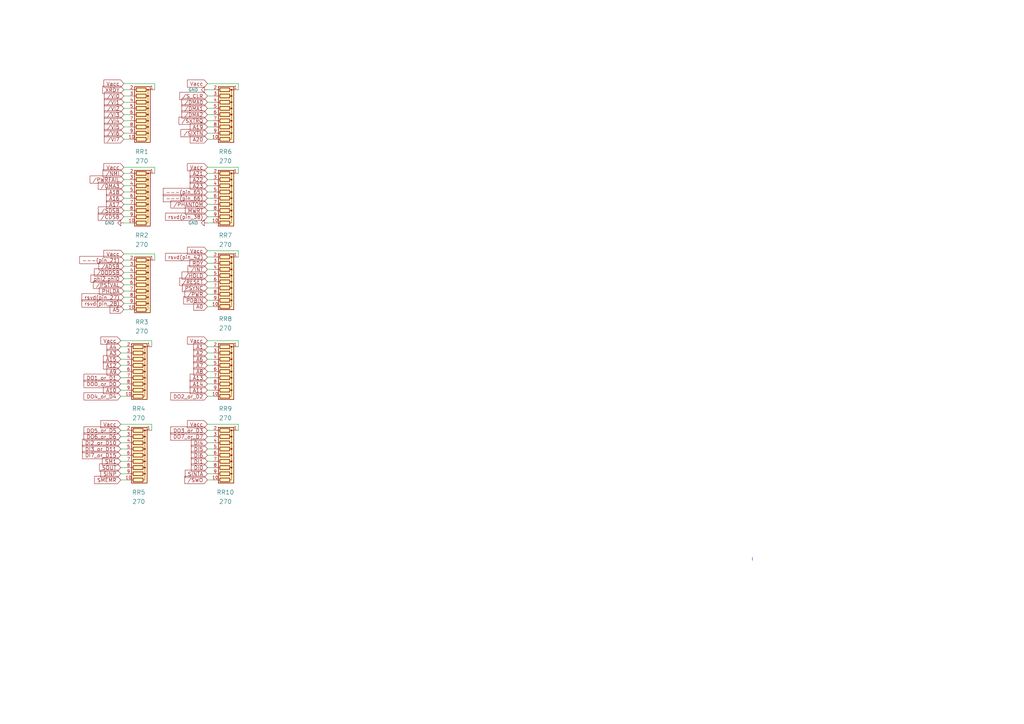
<source format=kicad_sch>
(kicad_sch (version 20211123) (generator eeschema)
  (paper "A3")
  (title_block (title "noname.sch") (date "11 dec 2011"))
  (lib_symbols
    (symbol "Device:R_Network09" (pin_names (offset 0) hide)
      (property "Reference" "RN" (at -12.7 0 90))
      (property "Value" "R_Network09" (at 12.7 0 90))
      (symbol "R_Network09_0_1"
        (rectangle (start -11.43 -3.175) (end 11.43 3.175) (stroke (width 0.254)) (fill (type background)))
        (rectangle (start -10.922 1.524) (end -9.398 -2.54) (stroke (width 0.254)))
        (circle (center -10.16 2.286) (radius 0.254) (fill (type outline)))
        (rectangle (start -8.382 1.524) (end -6.858 -2.54) (stroke (width 0.254)))
        (circle (center -7.62 2.286) (radius 0.254) (fill (type outline)))
        (rectangle (start -5.842 1.524) (end -4.318 -2.54) (stroke (width 0.254)))
        (circle (center -5.08 2.286) (radius 0.254) (fill (type outline)))
        (rectangle (start -3.302 1.524) (end -1.778 -2.54) (stroke (width 0.254)))
        (circle (center -2.54 2.286) (radius 0.254) (fill (type outline)))
        (rectangle (start -0.762 1.524) (end 0.762 -2.54) (stroke (width 0.254)))
        (polyline (pts (xy -10.16 -2.54) (xy -10.16 -3.81)))
        (polyline (pts (xy -7.62 -2.54) (xy -7.62 -3.81)))
        (polyline (pts (xy -5.08 -2.54) (xy -5.08 -3.81)))
        (polyline (pts (xy -2.54 -2.54) (xy -2.54 -3.81)))
        (polyline (pts (xy 0 -2.54) (xy 0 -3.81)))
        (polyline (pts (xy 2.54 -2.54) (xy 2.54 -3.81)))
        (polyline (pts (xy 5.08 -2.54) (xy 5.08 -3.81)))
        (polyline (pts (xy 7.62 -2.54) (xy 7.62 -3.81)))
        (polyline (pts (xy 10.16 -2.54) (xy 10.16 -3.81)))
        (polyline (pts (xy -10.16 1.524) (xy -10.16 2.286) (xy -7.62 2.286) (xy -7.62 1.524)))
        (polyline (pts (xy -7.62 1.524) (xy -7.62 2.286) (xy -5.08 2.286) (xy -5.08 1.524)))
        (polyline (pts (xy -5.08 1.524) (xy -5.08 2.286) (xy -2.54 2.286) (xy -2.54 1.524)))
        (polyline (pts (xy -2.54 1.524) (xy -2.54 2.286) (xy 0 2.286) (xy 0 1.524)))
        (polyline (pts (xy 0 1.524) (xy 0 2.286) (xy 2.54 2.286) (xy 2.54 1.524)))
        (polyline (pts (xy 2.54 1.524) (xy 2.54 2.286) (xy 5.08 2.286) (xy 5.08 1.524)))
        (polyline (pts (xy 5.08 1.524) (xy 5.08 2.286) (xy 7.62 2.286) (xy 7.62 1.524)))
        (polyline (pts (xy 7.62 1.524) (xy 7.62 2.286) (xy 10.16 2.286) (xy 10.16 1.524)))
        (circle (center 0 2.286) (radius 0.254) (fill (type outline)))
        (rectangle (start 1.778 1.524) (end 3.302 -2.54) (stroke (width 0.254)))
        (circle (center 2.54 2.286) (radius 0.254) (fill (type outline)))
        (rectangle (start 4.318 1.524) (end 5.842 -2.54) (stroke (width 0.254)))
        (circle (center 5.08 2.286) (radius 0.254) (fill (type outline)))
        (rectangle (start 6.858 1.524) (end 8.382 -2.54) (stroke (width 0.254)))
        (circle (center 7.62 2.286) (radius 0.254) (fill (type outline)))
        (rectangle (start 9.398 1.524) (end 10.922 -2.54) (stroke (width 0.254)))
      )
      (symbol "R_Network09_1_1"
        (pin passive line (at -10.16 5.08 270) (length 2.54) (name "common") (number "1"))
        (pin passive line (at 10.16 -5.08 90) (length 1.27) (name "R9") (number "10"))
        (pin passive line (at -10.16 -5.08 90) (length 1.27) (name "R1") (number "2"))
        (pin passive line (at -7.62 -5.08 90) (length 1.27) (name "R2") (number "3"))
        (pin passive line (at -5.08 -5.08 90) (length 1.27) (name "R3") (number "4"))
        (pin passive line (at -2.54 -5.08 90) (length 1.27) (name "R4") (number "5"))
        (pin passive line (at 0 -5.08 90) (length 1.27) (name "R5") (number "6"))
        (pin passive line (at 2.54 -5.08 90) (length 1.27) (name "R6") (number "7"))
        (pin passive line (at 5.08 -5.08 90) (length 1.27) (name "R7") (number "8"))
        (pin passive line (at 7.62 -5.08 90) (length 1.27) (name "R8") (number "9"))
      )
    )
    (symbol "power:GND" (power) (pin_names (offset 0))
      (property "Value" "GND" (at 0 -3.81 0))
      (symbol "GND_0_1"
        (polyline (pts (xy 0 0) (xy 0 -1.27) (xy 1.27 -1.27) (xy 0 -2.54) (xy -1.27 -1.27) (xy 0 -1.27)))
      )
      (symbol "GND_1_1"
        (pin power_in line (at 0 0 270) (length 0) hide (name "GND") (number "1"))
      )
    )
  )
  (wire (pts (xy 50.8 83.82) (xy 53.34 83.82)))
  (wire (pts (xy 50.8 73.66) (xy 53.34 73.66)))
  (wire (pts (xy 85.09 39.37) (xy 87.63 39.37)))
  (wire (pts (xy 49.53 184.15) (xy 52.07 184.15)))
  (wire (pts (xy 85.09 186.69) (xy 87.63 186.69)))
  (wire (pts (xy 49.53 157.48) (xy 52.07 157.48)))
  (wire (pts (xy 85.09 147.32) (xy 87.63 147.32)))
  (polyline (pts (xy 308.61 229.87) (xy 308.61 228.6)))
  (wire (pts (xy 49.53 179.07) (xy 52.07 179.07)))
  (wire (pts (xy 49.53 147.32) (xy 52.07 147.32)))
  (wire (pts (xy 85.09 44.45) (xy 87.63 44.45)))
  (wire (pts (xy 49.53 154.94) (xy 52.07 154.94)))
  (wire (pts (xy 85.09 160.02) (xy 87.63 160.02)))
  (wire (pts (xy 49.53 142.24) (xy 52.07 142.24)))
  (wire (pts (xy 49.53 194.31) (xy 52.07 194.31)))
  (wire (pts (xy 85.09 189.23) (xy 87.63 189.23)))
  (wire (pts (xy 63.5 36.83) (xy 63.5 34.29)))
  (wire (pts (xy 50.8 44.45) (xy 53.34 44.45)))
  (wire (pts (xy 50.8 127) (xy 53.34 127)))
  (wire (pts (xy 85.09 86.36) (xy 87.63 86.36)))
  (wire (pts (xy 49.53 189.23) (xy 52.07 189.23)))
  (wire (pts (xy 85.09 83.82) (xy 87.63 83.82)))
  (wire (pts (xy 50.8 81.28) (xy 53.34 81.28)))
  (wire (pts (xy 50.8 119.38) (xy 53.34 119.38)))
  (wire (pts (xy 85.09 73.66) (xy 87.63 73.66)))
  (wire (pts (xy 85.09 71.12) (xy 87.63 71.12)))
  (wire (pts (xy 85.09 36.83) (xy 87.63 36.83)))
  (wire (pts (xy 50.8 116.84) (xy 53.34 116.84)))
  (wire (pts (xy 50.8 78.74) (xy 53.34 78.74)))
  (wire (pts (xy 50.8 36.83) (xy 53.34 36.83)))
  (wire (pts (xy 49.53 139.7) (xy 62.23 139.7)))
  (wire (pts (xy 85.09 102.87) (xy 97.79 102.87)))
  (wire (pts (xy 85.09 54.61) (xy 87.63 54.61)))
  (wire (pts (xy 85.09 157.48) (xy 87.63 157.48)))
  (wire (pts (xy 50.8 104.14) (xy 63.5 104.14)))
  (wire (pts (xy 50.8 76.2) (xy 53.34 76.2)))
  (wire (pts (xy 85.09 78.74) (xy 87.63 78.74)))
  (wire (pts (xy 85.09 105.41) (xy 87.63 105.41)))
  (wire (pts (xy 50.8 114.3) (xy 53.34 114.3)))
  (wire (pts (xy 85.09 154.94) (xy 87.63 154.94)))
  (wire (pts (xy 85.09 179.07) (xy 87.63 179.07)))
  (wire (pts (xy 85.09 76.2) (xy 87.63 76.2)))
  (wire (pts (xy 50.8 39.37) (xy 53.34 39.37)))
  (wire (pts (xy 49.53 173.99) (xy 62.23 173.99)))
  (wire (pts (xy 49.53 181.61) (xy 52.07 181.61)))
  (wire (pts (xy 85.09 125.73) (xy 87.63 125.73)))
  (wire (pts (xy 50.8 86.36) (xy 53.34 86.36)))
  (wire (pts (xy 97.79 142.24) (xy 97.79 139.7)))
  (wire (pts (xy 97.79 105.41) (xy 97.79 102.87)))
  (wire (pts (xy 85.09 176.53) (xy 87.63 176.53)))
  (wire (pts (xy 50.8 109.22) (xy 53.34 109.22)))
  (wire (pts (xy 49.53 196.85) (xy 52.07 196.85)))
  (wire (pts (xy 85.09 88.9) (xy 87.63 88.9)))
  (wire (pts (xy 85.09 57.15) (xy 87.63 57.15)))
  (wire (pts (xy 85.09 142.24) (xy 87.63 142.24)))
  (wire (pts (xy 85.09 194.31) (xy 87.63 194.31)))
  (wire (pts (xy 50.8 121.92) (xy 53.34 121.92)))
  (wire (pts (xy 85.09 110.49) (xy 87.63 110.49)))
  (wire (pts (xy 85.09 123.19) (xy 87.63 123.19)))
  (wire (pts (xy 85.09 120.65) (xy 87.63 120.65)))
  (wire (pts (xy 85.09 139.7) (xy 97.79 139.7)))
  (wire (pts (xy 85.09 68.58) (xy 97.79 68.58)))
  (wire (pts (xy 97.79 34.29) (xy 97.79 36.83)))
  (wire (pts (xy 50.8 54.61) (xy 53.34 54.61)))
  (wire (pts (xy 50.8 46.99) (xy 53.34 46.99)))
  (wire (pts (xy 50.8 49.53) (xy 53.34 49.53)))
  (wire (pts (xy 85.09 34.29) (xy 97.79 34.29)))
  (wire (pts (xy 50.8 41.91) (xy 53.34 41.91)))
  (wire (pts (xy 85.09 113.03) (xy 87.63 113.03)))
  (wire (pts (xy 50.8 106.68) (xy 53.34 106.68)))
  (wire (pts (xy 85.09 149.86) (xy 87.63 149.86)))
  (wire (pts (xy 49.53 149.86) (xy 52.07 149.86)))
  (wire (pts (xy 85.09 115.57) (xy 87.63 115.57)))
  (wire (pts (xy 85.09 181.61) (xy 87.63 181.61)))
  (wire (pts (xy 85.09 49.53) (xy 87.63 49.53)))
  (wire (pts (xy 50.8 71.12) (xy 53.34 71.12)))
  (wire (pts (xy 97.79 176.53) (xy 97.79 173.99)))
  (wire (pts (xy 49.53 176.53) (xy 52.07 176.53)))
  (wire (pts (xy 85.09 196.85) (xy 87.63 196.85)))
  (wire (pts (xy 85.09 118.11) (xy 87.63 118.11)))
  (wire (pts (xy 49.53 144.78) (xy 52.07 144.78)))
  (wire (pts (xy 63.5 106.68) (xy 63.5 104.14)))
  (wire (pts (xy 49.53 186.69) (xy 52.07 186.69)))
  (wire (pts (xy 50.8 124.46) (xy 53.34 124.46)))
  (wire (pts (xy 50.8 88.9) (xy 53.34 88.9)))
  (wire (pts (xy 50.8 57.15) (xy 53.34 57.15)))
  (wire (pts (xy 85.09 52.07) (xy 87.63 52.07)))
  (wire (pts (xy 50.8 34.29) (xy 63.5 34.29)))
  (wire (pts (xy 50.8 91.44) (xy 53.34 91.44)))
  (wire (pts (xy 85.09 191.77) (xy 87.63 191.77)))
  (wire (pts (xy 85.09 46.99) (xy 87.63 46.99)))
  (wire (pts (xy 50.8 52.07) (xy 53.34 52.07)))
  (wire (pts (xy 97.79 71.12) (xy 97.79 68.58)))
  (wire (pts (xy 85.09 152.4) (xy 87.63 152.4)))
  (wire (pts (xy 62.23 142.24) (xy 62.23 139.7)))
  (wire (pts (xy 63.5 68.58) (xy 63.5 71.12)))
  (wire (pts (xy 49.53 160.02) (xy 52.07 160.02)))
  (wire (pts (xy 49.53 191.77) (xy 52.07 191.77)))
  (wire (pts (xy 85.09 41.91) (xy 87.63 41.91)))
  (wire (pts (xy 49.53 152.4) (xy 52.07 152.4)))
  (wire (pts (xy 85.09 107.95) (xy 87.63 107.95)))
  (wire (pts (xy 85.09 81.28) (xy 87.63 81.28)))
  (wire (pts (xy 50.8 111.76) (xy 53.34 111.76)))
  (wire (pts (xy 85.09 144.78) (xy 87.63 144.78)))
  (wire (pts (xy 85.09 173.99) (xy 97.79 173.99)))
  (wire (pts (xy 50.8 68.58) (xy 63.5 68.58)))
  (wire (pts (xy 49.53 162.56) (xy 52.07 162.56)))
  (wire (pts (xy 85.09 184.15) (xy 87.63 184.15)))
  (wire (pts (xy 85.09 162.56) (xy 87.63 162.56)))
  (wire (pts (xy 62.23 176.53) (xy 62.23 173.99)))
  (wire (pts (xy 85.09 91.44) (xy 87.63 91.44)))
  (global_label "DO7_or_D7" (shape input) (at 85.09 179.07 180) (effects (font (size 1.524 1.524))) (property "Intersheet References" "${INTERSHEET_REFS}" (at 70.1091 178.9748 0) (effects (font (size 1.524 1.524)) (justify right))))
  (global_label "/DMA3" (shape input) (at 50.8 76.2 180) (effects (font (size 1.524 1.524))) (property "Intersheet References" "${INTERSHEET_REFS}" (at 40.3911 76.1048 0) (effects (font (size 1.524 1.524)) (justify right))))
  (global_label "A3" (shape input) (at 49.53 144.78 180) (effects (font (size 1.524 1.524))) (property "Intersheet References" "${INTERSHEET_REFS}" (at 43.9834 144.6848 0) (effects (font (size 1.524 1.524)) (justify right))))
  (global_label "Vacc" (shape input) (at 50.8 104.14 180) (effects (font (size 1.524 1.524))) (property "Intersheet References" "${INTERSHEET_REFS}" (at 42.7134 104.0448 0) (effects (font (size 1.524 1.524)) (justify right))))
  (global_label "/VI6" (shape input) (at 50.8 54.61 180) (effects (font (size 1.524 1.524))) (property "Intersheet References" "${INTERSHEET_REFS}" (at 42.9311 54.5148 0) (effects (font (size 1.524 1.524)) (justify right))))
  (global_label "RDY" (shape input) (at 85.09 107.95 180) (effects (font (size 1.524 1.524))) (property "Intersheet References" "${INTERSHEET_REFS}" (at 77.9468 107.8548 0) (effects (font (size 1.524 1.524)) (justify right))))
  (global_label "---(pin_66)" (shape input) (at 85.09 81.28 180) (effects (font (size 1.524 1.524))) (property "Intersheet References" "${INTERSHEET_REFS}" (at 67.0611 81.1848 0) (effects (font (size 1.524 1.524)) (justify right))))
  (global_label "---(pin_65)" (shape input) (at 85.09 78.74 180) (effects (font (size 1.524 1.524))) (property "Intersheet References" "${INTERSHEET_REFS}" (at 67.0611 78.6448 0) (effects (font (size 1.524 1.524)) (justify right))))
  (global_label "/CDSB" (shape input) (at 50.8 88.9 180) (effects (font (size 1.524 1.524))) (property "Intersheet References" "${INTERSHEET_REFS}" (at 40.3911 88.8048 0) (effects (font (size 1.524 1.524)) (justify right))))
  (global_label "A0" (shape input) (at 85.09 125.73 180) (effects (font (size 1.524 1.524))) (property "Intersheet References" "${INTERSHEET_REFS}" (at 79.5434 125.6348 0) (effects (font (size 1.524 1.524)) (justify right))))
  (global_label "A6" (shape input) (at 85.09 147.32 180) (effects (font (size 1.524 1.524))) (property "Intersheet References" "${INTERSHEET_REFS}" (at 79.5434 147.2248 0) (effects (font (size 1.524 1.524)) (justify right))))
  (global_label "PHLDA" (shape input) (at 50.8 119.38 180) (effects (font (size 1.524 1.524))) (property "Intersheet References" "${INTERSHEET_REFS}" (at 40.8265 119.2848 0) (effects (font (size 1.524 1.524)) (justify right))))
  (global_label "DI5" (shape input) (at 85.09 184.15 180) (effects (font (size 1.524 1.524))) (property "Intersheet References" "${INTERSHEET_REFS}" (at 78.6 184.0548 0) (effects (font (size 1.524 1.524)) (justify right))))
  (global_label "phi2,phi0" (shape input) (at 50.8 114.3 180) (effects (font (size 1.524 1.524))) (property "Intersheet References" "${INTERSHEET_REFS}" (at 37.4157 114.2048 0) (effects (font (size 1.524 1.524)) (justify right))))
  (global_label "A8" (shape input) (at 85.09 152.4 180) (effects (font (size 1.524 1.524))) (property "Intersheet References" "${INTERSHEET_REFS}" (at 79.5434 152.3048 0) (effects (font (size 1.524 1.524)) (justify right))))
  (global_label "rsvd(pin_38)" (shape input) (at 85.09 88.9 180) (effects (font (size 1.524 1.524))) (property "Intersheet References" "${INTERSHEET_REFS}" (at 68.0045 88.8048 0) (effects (font (size 1.524 1.524)) (justify right))))
  (global_label "Vacc" (shape input) (at 85.09 173.99 180) (effects (font (size 1.524 1.524))) (property "Intersheet References" "${INTERSHEET_REFS}" (at 77.0034 173.8948 0) (effects (font (size 1.524 1.524)) (justify right))))
  (global_label "A19" (shape input) (at 85.09 52.07 180) (effects (font (size 1.524 1.524))) (property "Intersheet References" "${INTERSHEET_REFS}" (at 78.092 51.9748 0) (effects (font (size 1.524 1.524)) (justify right))))
  (global_label "SOUT" (shape input) (at 49.53 191.77 180) (effects (font (size 1.524 1.524))) (property "Intersheet References" "${INTERSHEET_REFS}" (at 40.9354 191.6748 0) (effects (font (size 1.524 1.524)) (justify right))))
  (global_label "DI6" (shape input) (at 85.09 186.69 180) (effects (font (size 1.524 1.524))) (property "Intersheet References" "${INTERSHEET_REFS}" (at 78.6 186.5948 0) (effects (font (size 1.524 1.524)) (justify right))))
  (global_label "/SWO" (shape input) (at 85.09 196.85 180) (effects (font (size 1.524 1.524))) (property "Intersheet References" "${INTERSHEET_REFS}" (at 75.9148 196.7548 0) (effects (font (size 1.524 1.524)) (justify right))))
  (global_label "DI3_or_D11" (shape input) (at 49.53 184.15 180) (effects (font (size 1.524 1.524))) (property "Intersheet References" "${INTERSHEET_REFS}" (at 33.9685 184.0548 0) (effects (font (size 1.524 1.524)) (justify right))))
  (global_label "A9" (shape input) (at 49.53 152.4 180) (effects (font (size 1.524 1.524))) (property "Intersheet References" "${INTERSHEET_REFS}" (at 43.9834 152.3048 0) (effects (font (size 1.524 1.524)) (justify right))))
  (global_label "/NMI" (shape input) (at 50.8 71.12 180) (effects (font (size 1.524 1.524))) (property "Intersheet References" "${INTERSHEET_REFS}" (at 42.3505 71.0248 0) (effects (font (size 1.524 1.524)) (justify right))))
  (global_label "/SXTRQ" (shape input) (at 85.09 49.53 180) (effects (font (size 1.524 1.524))) (property "Intersheet References" "${INTERSHEET_REFS}" (at 73.52 49.4348 0) (effects (font (size 1.524 1.524)) (justify right))))
  (global_label "/PSTVAL" (shape input) (at 50.8 116.84 180) (effects (font (size 1.524 1.524))) (property "Intersheet References" "${INTERSHEET_REFS}" (at 38.4317 116.7448 0) (effects (font (size 1.524 1.524)) (justify right))))
  (global_label "DI2_or_D10" (shape input) (at 49.53 181.61 180) (effects (font (size 1.524 1.524))) (property "Intersheet References" "${INTERSHEET_REFS}" (at 33.9685 181.5148 0) (effects (font (size 1.524 1.524)) (justify right))))
  (global_label "A11" (shape input) (at 85.09 160.02 180) (effects (font (size 1.524 1.524))) (property "Intersheet References" "${INTERSHEET_REFS}" (at 78.092 159.9248 0) (effects (font (size 1.524 1.524)) (justify right))))
  (global_label "/PWR" (shape input) (at 85.09 120.65 180) (effects (font (size 1.524 1.524))) (property "Intersheet References" "${INTERSHEET_REFS}" (at 75.9148 120.5548 0) (effects (font (size 1.524 1.524)) (justify right))))
  (global_label "---(pin_21)" (shape input) (at 50.8 106.68 180) (effects (font (size 1.524 1.524))) (property "Intersheet References" "${INTERSHEET_REFS}" (at 32.7711 106.5848 0) (effects (font (size 1.524 1.524)) (justify right))))
  (global_label "A20" (shape input) (at 85.09 57.15 180) (effects (font (size 1.524 1.524))) (property "Intersheet References" "${INTERSHEET_REFS}" (at 78.092 57.0548 0) (effects (font (size 1.524 1.524)) (justify right))))
  (global_label "MWRT" (shape input) (at 85.09 86.36 180) (effects (font (size 1.524 1.524))) (property "Intersheet References" "${INTERSHEET_REFS}" (at 76.1325 86.2648 0) (effects (font (size 1.524 1.524)) (justify right))))
  (global_label "A17" (shape input) (at 50.8 83.82 180) (effects (font (size 1.524 1.524))) (property "Intersheet References" "${INTERSHEET_REFS}" (at 43.802 83.7248 0) (effects (font (size 1.524 1.524)) (justify right))))
  (global_label "/S_CLR" (shape input) (at 85.09 39.37 180) (effects (font (size 1.524 1.524))) (property "Intersheet References" "${INTERSHEET_REFS}" (at 73.8102 39.2748 0) (effects (font (size 1.524 1.524)) (justify right))))
  (global_label "A7" (shape input) (at 85.09 149.86 180) (effects (font (size 1.524 1.524))) (property "Intersheet References" "${INTERSHEET_REFS}" (at 79.5434 149.7648 0) (effects (font (size 1.524 1.524)) (justify right))))
  (global_label "DO6_or_D6" (shape input) (at 49.53 179.07 180) (effects (font (size 1.524 1.524))) (property "Intersheet References" "${INTERSHEET_REFS}" (at 34.5491 178.9748 0) (effects (font (size 1.524 1.524)) (justify right))))
  (global_label "Vacc" (shape input) (at 50.8 68.58 180) (effects (font (size 1.524 1.524))) (property "Intersheet References" "${INTERSHEET_REFS}" (at 42.7134 68.4848 0) (effects (font (size 1.524 1.524)) (justify right))))
  (global_label "/SDSB" (shape input) (at 50.8 86.36 180) (effects (font (size 1.524 1.524))) (property "Intersheet References" "${INTERSHEET_REFS}" (at 40.4637 86.2648 0) (effects (font (size 1.524 1.524)) (justify right))))
  (global_label "/DMA1" (shape input) (at 85.09 44.45 180) (effects (font (size 1.524 1.524))) (property "Intersheet References" "${INTERSHEET_REFS}" (at 74.6811 44.3548 0) (effects (font (size 1.524 1.524)) (justify right))))
  (global_label "DO4_or_D4" (shape input) (at 49.53 162.56 180) (effects (font (size 1.524 1.524))) (property "Intersheet References" "${INTERSHEET_REFS}" (at 34.5491 162.4648 0) (effects (font (size 1.524 1.524)) (justify right))))
  (global_label "rsvd(pin_42)" (shape input) (at 85.09 105.41 180) (effects (font (size 1.524 1.524))) (property "Intersheet References" "${INTERSHEET_REFS}" (at 68.0045 105.3148 0) (effects (font (size 1.524 1.524)) (justify right))))
  (global_label "A4" (shape input) (at 49.53 142.24 180) (effects (font (size 1.524 1.524))) (property "Intersheet References" "${INTERSHEET_REFS}" (at 43.9834 142.1448 0) (effects (font (size 1.524 1.524)) (justify right))))
  (global_label "A5" (shape input) (at 50.8 127 180) (effects (font (size 1.524 1.524))) (property "Intersheet References" "${INTERSHEET_REFS}" (at 45.2534 126.9048 0) (effects (font (size 1.524 1.524)) (justify right))))
  (global_label "A21" (shape input) (at 85.09 71.12 180) (effects (font (size 1.524 1.524))) (property "Intersheet References" "${INTERSHEET_REFS}" (at 78.092 71.0248 0) (effects (font (size 1.524 1.524)) (justify right))))
  (global_label "Vacc" (shape input) (at 49.53 173.99 180) (effects (font (size 1.524 1.524))) (property "Intersheet References" "${INTERSHEET_REFS}" (at 41.4434 173.8948 0) (effects (font (size 1.524 1.524)) (justify right))))
  (global_label "A12" (shape input) (at 49.53 149.86 180) (effects (font (size 1.524 1.524))) (property "Intersheet References" "${INTERSHEET_REFS}" (at 42.532 149.7648 0) (effects (font (size 1.524 1.524)) (justify right))))
  (global_label "Vacc" (shape input) (at 85.09 139.7 180) (effects (font (size 1.524 1.524))) (property "Intersheet References" "${INTERSHEET_REFS}" (at 77.0034 139.6048 0) (effects (font (size 1.524 1.524)) (justify right))))
  (global_label "A13" (shape input) (at 85.09 154.94 180) (effects (font (size 1.524 1.524))) (property "Intersheet References" "${INTERSHEET_REFS}" (at 78.092 154.8448 0) (effects (font (size 1.524 1.524)) (justify right))))
  (global_label "/PWRFAIL" (shape input) (at 50.8 73.66 180) (effects (font (size 1.524 1.524))) (property "Intersheet References" "${INTERSHEET_REFS}" (at 37.0528 73.5648 0) (effects (font (size 1.524 1.524)) (justify right))))
  (global_label "DO2_or_D2" (shape input) (at 85.09 162.56 180) (effects (font (size 1.524 1.524))) (property "Intersheet References" "${INTERSHEET_REFS}" (at 70.1091 162.4648 0) (effects (font (size 1.524 1.524)) (justify right))))
  (global_label "/ADSB" (shape input) (at 50.8 109.22 180) (effects (font (size 1.524 1.524))) (property "Intersheet References" "${INTERSHEET_REFS}" (at 40.6088 109.1248 0) (effects (font (size 1.524 1.524)) (justify right))))
  (global_label "/VI3" (shape input) (at 50.8 46.99 180) (effects (font (size 1.524 1.524))) (property "Intersheet References" "${INTERSHEET_REFS}" (at 42.9311 46.8948 0) (effects (font (size 1.524 1.524)) (justify right))))
  (global_label "A16" (shape input) (at 50.8 81.28 180) (effects (font (size 1.524 1.524))) (property "Intersheet References" "${INTERSHEET_REFS}" (at 43.802 81.1848 0) (effects (font (size 1.524 1.524)) (justify right))))
  (global_label "/DMA2" (shape input) (at 85.09 46.99 180) (effects (font (size 1.524 1.524))) (property "Intersheet References" "${INTERSHEET_REFS}" (at 74.6811 46.8948 0) (effects (font (size 1.524 1.524)) (justify right))))
  (global_label "/DMA0" (shape input) (at 85.09 41.91 180) (effects (font (size 1.524 1.524))) (property "Intersheet References" "${INTERSHEET_REFS}" (at 74.6811 41.8148 0) (effects (font (size 1.524 1.524)) (justify right))))
  (global_label "rsvd(pin_28)" (shape input) (at 50.8 124.46 180) (effects (font (size 1.524 1.524))) (property "Intersheet References" "${INTERSHEET_REFS}" (at 33.7145 124.3648 0) (effects (font (size 1.524 1.524)) (justify right))))
  (global_label "Vacc" (shape input) (at 85.09 102.87 180) (effects (font (size 1.524 1.524))) (property "Intersheet References" "${INTERSHEET_REFS}" (at 77.0034 102.7748 0) (effects (font (size 1.524 1.524)) (justify right))))
  (global_label "/HOLD" (shape input) (at 85.09 113.03 180) (effects (font (size 1.524 1.524))) (property "Intersheet References" "${INTERSHEET_REFS}" (at 74.7537 112.9348 0) (effects (font (size 1.524 1.524)) (justify right))))
  (global_label "SM1" (shape input) (at 49.53 189.23 180) (effects (font (size 1.524 1.524))) (property "Intersheet References" "${INTERSHEET_REFS}" (at 42.0965 189.1348 0) (effects (font (size 1.524 1.524)) (justify right))))
  (global_label "A1" (shape input) (at 85.09 142.24 180) (effects (font (size 1.524 1.524))) (property "Intersheet References" "${INTERSHEET_REFS}" (at 79.5434 142.1448 0) (effects (font (size 1.524 1.524)) (justify right))))
  (global_label "DO5_or_D5" (shape input) (at 49.53 176.53 180) (effects (font (size 1.524 1.524))) (property "Intersheet References" "${INTERSHEET_REFS}" (at 34.5491 176.4348 0) (effects (font (size 1.524 1.524)) (justify right))))
  (global_label "DI0" (shape input) (at 85.09 191.77 180) (effects (font (size 1.524 1.524))) (property "Intersheet References" "${INTERSHEET_REFS}" (at 78.6 191.6748 0) (effects (font (size 1.524 1.524)) (justify right))))
  (global_label "Vacc" (shape input) (at 85.09 34.29 180) (effects (font (size 1.524 1.524))) (property "Intersheet References" "${INTERSHEET_REFS}" (at 77.0034 34.1948 0) (effects (font (size 1.524 1.524)) (justify right))))
  (global_label "A14" (shape input) (at 85.09 157.48 180) (effects (font (size 1.524 1.524))) (property "Intersheet References" "${INTERSHEET_REFS}" (at 78.092 157.3848 0) (effects (font (size 1.524 1.524)) (justify right))))
  (global_label "/INT" (shape input) (at 85.09 110.49 180) (effects (font (size 1.524 1.524))) (property "Intersheet References" "${INTERSHEET_REFS}" (at 77.2211 110.3948 0) (effects (font (size 1.524 1.524)) (justify right))))
  (global_label "Vacc" (shape input) (at 49.53 139.7 180) (effects (font (size 1.524 1.524))) (property "Intersheet References" "${INTERSHEET_REFS}" (at 41.4434 139.6048 0) (effects (font (size 1.524 1.524)) (justify right))))
  (global_label "DO0_or_D0" (shape input) (at 49.53 157.48 180) (effects (font (size 1.524 1.524))) (property "Intersheet References" "${INTERSHEET_REFS}" (at 34.5491 157.3848 0) (effects (font (size 1.524 1.524)) (justify right))))
  (global_label "PDBIN" (shape input) (at 85.09 123.19 180) (effects (font (size 1.524 1.524))) (property "Intersheet References" "${INTERSHEET_REFS}" (at 75.4068 123.0948 0) (effects (font (size 1.524 1.524)) (justify right))))
  (global_label "A23" (shape input) (at 85.09 76.2 180) (effects (font (size 1.524 1.524))) (property "Intersheet References" "${INTERSHEET_REFS}" (at 78.092 76.1048 0) (effects (font (size 1.524 1.524)) (justify right))))
  (global_label "/VI1" (shape input) (at 50.8 41.91 180) (effects (font (size 1.524 1.524))) (property "Intersheet References" "${INTERSHEET_REFS}" (at 42.9311 41.8148 0) (effects (font (size 1.524 1.524)) (justify right))))
  (global_label "A10" (shape input) (at 49.53 160.02 180) (effects (font (size 1.524 1.524))) (property "Intersheet References" "${INTERSHEET_REFS}" (at 42.532 159.9248 0) (effects (font (size 1.524 1.524)) (justify right))))
  (global_label "A15" (shape input) (at 49.53 147.32 180) (effects (font (size 1.524 1.524))) (property "Intersheet References" "${INTERSHEET_REFS}" (at 42.532 147.2248 0) (effects (font (size 1.524 1.524)) (justify right))))
  (global_label "/RESET" (shape input) (at 85.09 115.57 180) (effects (font (size 1.524 1.524))) (property "Intersheet References" "${INTERSHEET_REFS}" (at 73.8102 115.4748 0) (effects (font (size 1.524 1.524)) (justify right))))
  (global_label "A18" (shape input) (at 50.8 78.74 180) (effects (font (size 1.524 1.524))) (property "Intersheet References" "${INTERSHEET_REFS}" (at 43.802 78.6448 0) (effects (font (size 1.524 1.524)) (justify right))))
  (global_label "A2" (shape input) (at 85.09 144.78 180) (effects (font (size 1.524 1.524))) (property "Intersheet References" "${INTERSHEET_REFS}" (at 79.5434 144.6848 0) (effects (font (size 1.524 1.524)) (justify right))))
  (global_label "/VI5" (shape input) (at 50.8 52.07 180) (effects (font (size 1.524 1.524))) (property "Intersheet References" "${INTERSHEET_REFS}" (at 42.9311 51.9748 0) (effects (font (size 1.524 1.524)) (justify right))))
  (global_label "/VI7" (shape input) (at 50.8 57.15 180) (effects (font (size 1.524 1.524))) (property "Intersheet References" "${INTERSHEET_REFS}" (at 42.9311 57.0548 0) (effects (font (size 1.524 1.524)) (justify right))))
  (global_label "SINP" (shape input) (at 49.53 194.31 180) (effects (font (size 1.524 1.524))) (property "Intersheet References" "${INTERSHEET_REFS}" (at 41.4434 194.2148 0) (effects (font (size 1.524 1.524)) (justify right))))
  (global_label "PSYNC" (shape input) (at 85.09 118.11 180) (effects (font (size 1.524 1.524))) (property "Intersheet References" "${INTERSHEET_REFS}" (at 74.8988 118.0148 0) (effects (font (size 1.524 1.524)) (justify right))))
  (global_label "DI7_or_D15" (shape input) (at 49.53 186.69 180) (effects (font (size 1.524 1.524))) (property "Intersheet References" "${INTERSHEET_REFS}" (at 33.9685 186.5948 0) (effects (font (size 1.524 1.524)) (justify right))))
  (global_label "rsvd(pin_27)" (shape input) (at 50.8 121.92 180) (effects (font (size 1.524 1.524))) (property "Intersheet References" "${INTERSHEET_REFS}" (at 33.7145 121.8248 0) (effects (font (size 1.524 1.524)) (justify right))))
  (global_label "/VI0" (shape input) (at 50.8 39.37 180) (effects (font (size 1.524 1.524))) (property "Intersheet References" "${INTERSHEET_REFS}" (at 42.9311 39.2748 0) (effects (font (size 1.524 1.524)) (justify right))))
  (global_label "{slash}SIXTN" (shape input) (at 85.09 54.61 180) (effects (font (size 1.524 1.524))) (property "Intersheet References" "${INTERSHEET_REFS}" (at 74.3182 54.5148 0) (effects (font (size 1.524 1.524)) (justify right))))
  (global_label "SMEMR" (shape input) (at 49.53 196.85 180) (effects (font (size 1.524 1.524))) (property "Intersheet References" "${INTERSHEET_REFS}" (at 38.9034 196.7548 0) (effects (font (size 1.524 1.524)) (justify right))))
  (global_label "DO1_or_D1" (shape input) (at 49.53 154.94 180) (effects (font (size 1.524 1.524))) (property "Intersheet References" "${INTERSHEET_REFS}" (at 34.5491 154.8448 0) (effects (font (size 1.524 1.524)) (justify right))))
  (global_label "XRDY" (shape input) (at 50.8 36.83 180) (effects (font (size 1.524 1.524))) (property "Intersheet References" "${INTERSHEET_REFS}" (at 42.2054 36.7348 0) (effects (font (size 1.524 1.524)) (justify right))))
  (global_label "DO3_or_D3" (shape input) (at 85.09 176.53 180) (effects (font (size 1.524 1.524))) (property "Intersheet References" "${INTERSHEET_REFS}" (at 70.1091 176.4348 0) (effects (font (size 1.524 1.524)) (justify right))))
  (global_label "SINTA" (shape input) (at 85.09 194.31 180) (effects (font (size 1.524 1.524))) (property "Intersheet References" "${INTERSHEET_REFS}" (at 76.06 194.2148 0) (effects (font (size 1.524 1.524)) (justify right))))
  (global_label "Vacc" (shape input) (at 50.8 34.29 180) (effects (font (size 1.524 1.524))) (property "Intersheet References" "${INTERSHEET_REFS}" (at 42.7134 34.1948 0) (effects (font (size 1.524 1.524)) (justify right))))
  (global_label "DI1" (shape input) (at 85.09 189.23 180) (effects (font (size 1.524 1.524))) (property "Intersheet References" "${INTERSHEET_REFS}" (at 78.6 189.1348 0) (effects (font (size 1.524 1.524)) (justify right))))
  (global_label "/DODSB" (shape input) (at 50.8 111.76 180) (effects (font (size 1.524 1.524))) (property "Intersheet References" "${INTERSHEET_REFS}" (at 38.7945 111.6648 0) (effects (font (size 1.524 1.524)) (justify right))))
  (global_label "DI4" (shape input) (at 85.09 181.61 180) (effects (font (size 1.524 1.524))) (property "Intersheet References" "${INTERSHEET_REFS}" (at 78.6 181.5148 0) (effects (font (size 1.524 1.524)) (justify right))))
  (global_label "A22" (shape input) (at 85.09 73.66 180) (effects (font (size 1.524 1.524))) (property "Intersheet References" "${INTERSHEET_REFS}" (at 78.092 73.5648 0) (effects (font (size 1.524 1.524)) (justify right))))
  (global_label "{slash}PHANTOM" (shape input) (at 85.09 83.82 180) (effects (font (size 1.524 1.524))) (property "Intersheet References" "${INTERSHEET_REFS}" (at 70.1817 83.7248 0) (effects (font (size 1.524 1.524)) (justify right))))
  (global_label "/VI2" (shape input) (at 50.8 44.45 180) (effects (font (size 1.524 1.524))) (property "Intersheet References" "${INTERSHEET_REFS}" (at 42.9311 44.3548 0) (effects (font (size 1.524 1.524)) (justify right))))
  (global_label "Vacc" (shape input) (at 85.09 68.58 180) (effects (font (size 1.524 1.524))) (property "Intersheet References" "${INTERSHEET_REFS}" (at 77.0034 68.4848 0) (effects (font (size 1.524 1.524)) (justify right))))
  (global_label "/VI4" (shape input) (at 50.8 49.53 180) (effects (font (size 1.524 1.524))) (property "Intersheet References" "${INTERSHEET_REFS}" (at 42.9311 49.4348 0) (effects (font (size 1.524 1.524)) (justify right))))
  (symbol (lib_id "Device:R_Network09") (at 58.42 46.99 270) (unit 1)
    (property "Reference" "RR1" (at 58.166 62.23 90) (effects (font (size 1.778 1.778))))
    (property "Value" "270" (at 58.166 66.04 90) (effects (font (size 1.778 1.778))))
    (property "Footprint" "Resistor_THT:R_Array_SIP10" (effects hide))
    (property "Datasheet" "http://www.vishay.com/docs/31509/csc.pdf" (effects hide))
  )
  (symbol (lib_id "Device:R_Network09") (at 58.42 81.28 270) (unit 1)
    (property "Reference" "RR2" (at 58.166 96.52 90) (effects (font (size 1.778 1.778))))
    (property "Value" "270" (at 58.166 100.33 90) (effects (font (size 1.778 1.778))))
    (property "Footprint" "Resistor_THT:R_Array_SIP10" (effects hide))
    (property "Datasheet" "http://www.vishay.com/docs/31509/csc.pdf" (effects hide))
  )
  (symbol (lib_id "Device:R_Network09") (at 58.42 116.84 270) (unit 1)
    (property "Reference" "RR3" (at 58.166 132.08 90) (effects (font (size 1.778 1.778))))
    (property "Value" "270" (at 58.166 135.89 90) (effects (font (size 1.778 1.778))))
    (property "Footprint" "Resistor_THT:R_Array_SIP10" (effects hide))
    (property "Datasheet" "http://www.vishay.com/docs/31509/csc.pdf" (effects hide))
  )
  (symbol (lib_id "Device:R_Network09") (at 57.15 152.4 270) (unit 1)
    (property "Reference" "RR4" (at 56.896 167.64 90) (effects (font (size 1.778 1.778))))
    (property "Value" "270" (at 56.896 171.45 90) (effects (font (size 1.778 1.778))))
    (property "Footprint" "Resistor_THT:R_Array_SIP10" (effects hide))
    (property "Datasheet" "http://www.vishay.com/docs/31509/csc.pdf" (effects hide))
  )
  (symbol (lib_id "Device:R_Network09") (at 57.15 186.69 270) (unit 1)
    (property "Reference" "RR5" (at 56.896 201.93 90) (effects (font (size 1.778 1.778))))
    (property "Value" "270" (at 56.896 205.74 90) (effects (font (size 1.778 1.778))))
    (property "Footprint" "Resistor_THT:R_Array_SIP10" (effects hide))
    (property "Datasheet" "http://www.vishay.com/docs/31509/csc.pdf" (effects hide))
  )
  (symbol (lib_id "Device:R_Network09") (at 92.71 46.99 270) (unit 1)
    (property "Reference" "RR6" (at 92.456 62.23 90) (effects (font (size 1.778 1.778))))
    (property "Value" "270" (at 92.456 66.04 90) (effects (font (size 1.778 1.778))))
    (property "Footprint" "Resistor_THT:R_Array_SIP10" (effects hide))
    (property "Datasheet" "http://www.vishay.com/docs/31509/csc.pdf" (effects hide))
  )
  (symbol (lib_id "Device:R_Network09") (at 92.71 81.28 270) (unit 1)
    (property "Reference" "RR7" (at 92.456 96.52 90) (effects (font (size 1.778 1.778))))
    (property "Value" "270" (at 92.456 100.33 90) (effects (font (size 1.778 1.778))))
    (property "Footprint" "Resistor_THT:R_Array_SIP10" (effects hide))
    (property "Datasheet" "http://www.vishay.com/docs/31509/csc.pdf" (effects hide))
  )
  (symbol (lib_id "Device:R_Network09") (at 92.71 115.57 270) (unit 1)
    (property "Reference" "RR8" (at 92.456 130.81 90) (effects (font (size 1.778 1.778))))
    (property "Value" "270" (at 92.456 134.62 90) (effects (font (size 1.778 1.778))))
    (property "Footprint" "Resistor_THT:R_Array_SIP10" (effects hide))
    (property "Datasheet" "http://www.vishay.com/docs/31509/csc.pdf" (effects hide))
  )
  (symbol (lib_id "Device:R_Network09") (at 92.71 152.4 270) (unit 1)
    (property "Reference" "RR9" (at 92.456 167.64 90) (effects (font (size 1.778 1.778))))
    (property "Value" "270" (at 92.456 171.45 90) (effects (font (size 1.778 1.778))))
    (property "Footprint" "Resistor_THT:R_Array_SIP10" (effects hide))
    (property "Datasheet" "http://www.vishay.com/docs/31509/csc.pdf" (effects hide))
  )
  (symbol (lib_id "Device:R_Network09") (at 92.71 186.69 270) (unit 1)
    (property "Reference" "RR10" (at 92.456 201.93 90) (effects (font (size 1.778 1.778))))
    (property "Value" "270" (at 92.456 205.74 90) (effects (font (size 1.778 1.778))))
    (property "Footprint" "Resistor_THT:R_Array_SIP10" (effects hide))
    (property "Datasheet" "http://www.vishay.com/docs/31509/csc.pdf" (effects hide))
  )
  (symbol (lib_id "power:GND") (at 50.8 91.44 270) (unit 1)
    (property "Reference" "#PWR0107" (effects hide))
    (property "Value" "GND" (at 46.99 91.4399 90) (effects (justify right)))
  )
  (symbol (lib_id "power:GND") (at 85.09 36.83 270) (unit 1)
    (property "Reference" "#PWR0109" (effects hide))
    (property "Value" "GND" (at 81.28 36.8299 90) (effects (justify right)))
  )
  (symbol (lib_id "power:GND") (at 85.09 91.44 270) (unit 1)
    (property "Reference" "#PWR0108" (effects hide))
    (property "Value" "GND" (at 81.28 91.4399 90) (effects (justify right)))
  )
)
</source>
